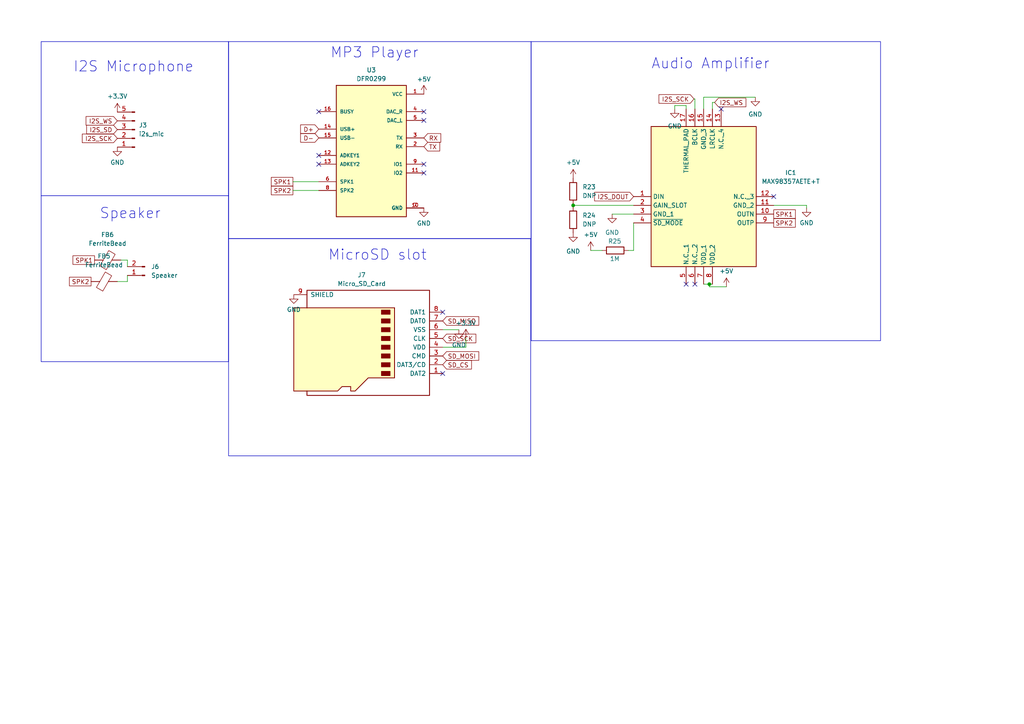
<source format=kicad_sch>
(kicad_sch (version 20231120) (generator "eeschema") (generator_version "8.0")
  (paper "A4")
  (lib_symbols
    (symbol "Connector:Conn_01x02_Pin" (pin_names (offset 1.016) hide)
      (property "Reference" "J" (at 0 2.54 0))
      (property "Value" "Conn_01x02_Pin" (at 0 -5.08 0))
      (symbol "Conn_01x02_Pin_1_1"
        (polyline (pts (xy 1.27 -2.54) (xy 0.8636 -2.54)) (stroke (width 0.1524)))
        (polyline (pts (xy 1.27 0) (xy 0.8636 0)) (stroke (width 0.1524)))
        (rectangle (start 0.8636 -2.413) (end 0 -2.667) (stroke (width 0.1524)) (fill (type outline)))
        (rectangle (start 0.8636 0.127) (end 0 -0.127) (stroke (width 0.1524)) (fill (type outline)))
        (pin passive line (at 5.08 0 180) (length 3.81) (name "Pin_1") (number "1"))
        (pin passive line (at 5.08 -2.54 180) (length 3.81) (name "Pin_2") (number "2"))
      )
    )
    (symbol "Connector:Conn_01x05_Pin" (pin_names (offset 1.016) hide)
      (property "Reference" "J" (at 0 7.62 0))
      (property "Value" "Conn_01x05_Pin" (at 0 -7.62 0))
      (symbol "Conn_01x05_Pin_1_1"
        (polyline (pts (xy 1.27 -5.08) (xy 0.8636 -5.08)) (stroke (width 0.1524)))
        (polyline (pts (xy 1.27 -2.54) (xy 0.8636 -2.54)) (stroke (width 0.1524)))
        (polyline (pts (xy 1.27 0) (xy 0.8636 0)) (stroke (width 0.1524)))
        (polyline (pts (xy 1.27 2.54) (xy 0.8636 2.54)) (stroke (width 0.1524)))
        (polyline (pts (xy 1.27 5.08) (xy 0.8636 5.08)) (stroke (width 0.1524)))
        (rectangle (start 0.8636 -4.953) (end 0 -5.207) (stroke (width 0.1524)) (fill (type outline)))
        (rectangle (start 0.8636 -2.413) (end 0 -2.667) (stroke (width 0.1524)) (fill (type outline)))
        (rectangle (start 0.8636 0.127) (end 0 -0.127) (stroke (width 0.1524)) (fill (type outline)))
        (rectangle (start 0.8636 2.667) (end 0 2.413) (stroke (width 0.1524)) (fill (type outline)))
        (rectangle (start 0.8636 5.207) (end 0 4.953) (stroke (width 0.1524)) (fill (type outline)))
        (pin passive line (at 5.08 5.08 180) (length 3.81) (name "Pin_1") (number "1"))
        (pin passive line (at 5.08 2.54 180) (length 3.81) (name "Pin_2") (number "2"))
        (pin passive line (at 5.08 0 180) (length 3.81) (name "Pin_3") (number "3"))
        (pin passive line (at 5.08 -2.54 180) (length 3.81) (name "Pin_4") (number "4"))
        (pin passive line (at 5.08 -5.08 180) (length 3.81) (name "Pin_5") (number "5"))
      )
    )
    (symbol "Connector:Micro_SD_Card" (pin_names (offset 1.016))
      (property "Reference" "J" (at -16.51 15.24 0))
      (property "Value" "Micro_SD_Card" (at 16.51 15.24 0))
      (symbol "Micro_SD_Card_0_1"
        (rectangle (start -7.62 -9.525) (end -5.08 -10.795) (fill (type outline)))
        (rectangle (start -7.62 -6.985) (end -5.08 -8.255) (fill (type outline)))
        (rectangle (start -7.62 -4.445) (end -5.08 -5.715) (fill (type outline)))
        (rectangle (start -7.62 -1.905) (end -5.08 -3.175) (fill (type outline)))
        (rectangle (start -7.62 0.635) (end -5.08 -0.635) (fill (type outline)))
        (rectangle (start -7.62 3.175) (end -5.08 1.905) (fill (type outline)))
        (rectangle (start -7.62 5.715) (end -5.08 4.445) (fill (type outline)))
        (rectangle (start -7.62 8.255) (end -5.08 6.985) (fill (type outline)))
        (polyline (pts (xy 16.51 12.7) (xy 16.51 13.97) (xy -19.05 13.97) (xy -19.05 -16.51) (xy 16.51 -16.51) (xy 16.51 -11.43)) (stroke (width 0.254)))
        (polyline (pts (xy -8.89 -11.43) (xy -8.89 8.89) (xy -1.27 8.89) (xy 2.54 12.7) (xy 3.81 12.7) (xy 3.81 11.43) (xy 6.35 11.43) (xy 7.62 12.7) (xy 20.32 12.7) (xy 20.32 -11.43) (xy -8.89 -11.43)) (stroke (width 0.254)) (fill (type background)))
      )
      (symbol "Micro_SD_Card_1_1"
        (pin bidirectional line (at -22.86 7.62 0) (length 3.81) (name "DAT2") (number "1"))
        (pin bidirectional line (at -22.86 5.08 0) (length 3.81) (name "DAT3/CD") (number "2"))
        (pin input line (at -22.86 2.54 0) (length 3.81) (name "CMD") (number "3"))
        (pin power_in line (at -22.86 0 0) (length 3.81) (name "VDD") (number "4"))
        (pin input line (at -22.86 -2.54 0) (length 3.81) (name "CLK") (number "5"))
        (pin power_in line (at -22.86 -5.08 0) (length 3.81) (name "VSS") (number "6"))
        (pin bidirectional line (at -22.86 -7.62 0) (length 3.81) (name "DAT0") (number "7"))
        (pin bidirectional line (at -22.86 -10.16 0) (length 3.81) (name "DAT1") (number "8"))
        (pin passive line (at 20.32 -15.24 180) (length 3.81) (name "SHIELD") (number "9"))
      )
    )
    (symbol "DFR0299:DFR0299" (pin_names (offset 1.016))
      (property "Reference" "U" (at -10.16 18.542 0))
      (property "Value" "DFR0299" (at -10.16 -22.86 0))
      (symbol "DFR0299_0_0"
        (rectangle (start -10.16 -20.32) (end 10.16 17.78) (stroke (width 0.254)) (fill (type background)))
        (pin power_in line (at 15.24 15.24 180) (length 5.08) (name "VCC") (number "1"))
        (pin power_in line (at 15.24 -17.78 180) (length 5.08) (name "GND") (number "10"))
        (pin bidirectional line (at 15.24 -7.62 180) (length 5.08) (name "IO2") (number "11"))
        (pin input line (at -15.24 -2.54 0) (length 5.08) (name "ADKEY1") (number "12"))
        (pin input line (at -15.24 -5.08 0) (length 5.08) (name "ADKEY2") (number "13"))
        (pin input line (at -15.24 5.08 0) (length 5.08) (name "USB+") (number "14"))
        (pin input line (at -15.24 2.54 0) (length 5.08) (name "USB-") (number "15"))
        (pin input line (at -15.24 10.16 0) (length 5.08) (name "BUSY") (number "16"))
        (pin input line (at 15.24 0 180) (length 5.08) (name "RX") (number "2"))
        (pin output line (at 15.24 2.54 180) (length 5.08) (name "TX") (number "3"))
        (pin output line (at 15.24 10.16 180) (length 5.08) (name "DAC_R") (number "4"))
        (pin output line (at 15.24 7.62 180) (length 5.08) (name "DAC_L") (number "5"))
        (pin passive line (at -15.24 -10.16 0) (length 5.08) (name "SPK1") (number "6"))
        (pin power_in line (at 15.24 -17.78 180) (length 5.08) (name "GND") (number "7"))
        (pin passive line (at -15.24 -12.7 0) (length 5.08) (name "SPK2") (number "8"))
        (pin bidirectional line (at 15.24 -5.08 180) (length 5.08) (name "IO1") (number "9"))
      )
    )
    (symbol "Device:FerriteBead" (pin_numbers hide) (pin_names (offset 0))
      (property "Reference" "FB" (at -3.81 0.635 90))
      (property "Value" "FerriteBead" (at 3.81 0 90))
      (symbol "FerriteBead_0_1"
        (polyline (pts (xy 0 -1.27) (xy 0 -1.2192)))
        (polyline (pts (xy 0 1.27) (xy 0 1.2954)))
        (polyline (pts (xy -2.7686 0.4064) (xy -1.7018 2.2606) (xy 2.7686 -0.3048) (xy 1.6764 -2.159) (xy -2.7686 0.4064)))
      )
      (symbol "FerriteBead_1_1"
        (pin passive line (at 0 3.81 270) (length 2.54) (name "~") (number "1"))
        (pin passive line (at 0 -3.81 90) (length 2.54) (name "~") (number "2"))
      )
    )
    (symbol "Device:R" (pin_numbers hide) (pin_names (offset 0))
      (property "Reference" "R" (at 2.032 0 90))
      (property "Value" "R" (at 0 0 90))
      (symbol "R_0_1"
        (rectangle (start -1.016 -2.54) (end 1.016 2.54) (stroke (width 0.254)))
      )
      (symbol "R_1_1"
        (pin passive line (at 0 3.81 270) (length 1.27) (name "~") (number "1"))
        (pin passive line (at 0 -3.81 90) (length 1.27) (name "~") (number "2"))
      )
    )
    (symbol "MAX98357AETE+T:MAX98357AETE+T"
      (property "Reference" "IC" (at 36.83 25.4 0))
      (property "Value" "MAX98357AETE+T" (at 36.83 22.86 0))
      (symbol "MAX98357AETE+T_1_1"
        (rectangle (start 5.08 20.32) (end 35.56 -20.32) (stroke (width 0.254)) (fill (type background)))
        (pin passive line (at 0 0 0) (length 5.08) (name "DIN") (number "1"))
        (pin passive line (at 40.64 -5.08 180) (length 5.08) (name "OUTN") (number "10"))
        (pin passive line (at 40.64 -2.54 180) (length 5.08) (name "GND_2") (number "11"))
        (pin passive line (at 40.64 0 180) (length 5.08) (name "N.C._3") (number "12"))
        (pin passive line (at 25.4 25.4 270) (length 5.08) (name "N.C._4") (number "13"))
        (pin passive line (at 22.86 25.4 270) (length 5.08) (name "LRCLK") (number "14"))
        (pin passive line (at 20.32 25.4 270) (length 5.08) (name "GND_3") (number "15"))
        (pin passive line (at 17.78 25.4 270) (length 5.08) (name "BCLK") (number "16"))
        (pin passive line (at 15.24 25.4 270) (length 5.08) (name "THERMAL_PAD") (number "17"))
        (pin passive line (at 0 -2.54 0) (length 5.08) (name "GAIN_SLOT") (number "2"))
        (pin passive line (at 0 -5.08 0) (length 5.08) (name "GND_1") (number "3"))
        (pin passive line (at 0 -7.62 0) (length 5.08) (name "~{SD_MODE}") (number "4"))
        (pin passive line (at 15.24 -25.4 90) (length 5.08) (name "N.C._1") (number "5"))
        (pin passive line (at 17.78 -25.4 90) (length 5.08) (name "N.C._2") (number "6"))
        (pin passive line (at 20.32 -25.4 90) (length 5.08) (name "VDD_1") (number "7"))
        (pin passive line (at 22.86 -25.4 90) (length 5.08) (name "VDD_2") (number "8"))
        (pin passive line (at 40.64 -7.62 180) (length 5.08) (name "OUTP") (number "9"))
      )
    )
    (symbol "power:+3.3V" (power) (pin_names (offset 0))
      (property "Value" "+3.3V" (at 0 3.556 0))
      (symbol "+3.3V_0_1"
        (polyline (pts (xy -0.762 1.27) (xy 0 2.54)))
        (polyline (pts (xy 0 0) (xy 0 2.54)))
        (polyline (pts (xy 0 2.54) (xy 0.762 1.27)))
      )
      (symbol "+3.3V_1_1"
        (pin power_in line (at 0 0 90) (length 0) hide (name "+3.3V") (number "1"))
      )
    )
    (symbol "power:+5V" (power) (pin_names (offset 0))
      (property "Value" "+5V" (at 0 3.556 0))
      (symbol "+5V_0_1"
        (polyline (pts (xy -0.762 1.27) (xy 0 2.54)))
        (polyline (pts (xy 0 0) (xy 0 2.54)))
        (polyline (pts (xy 0 2.54) (xy 0.762 1.27)))
      )
      (symbol "+5V_1_1"
        (pin power_in line (at 0 0 90) (length 0) hide (name "+5V") (number "1"))
      )
    )
    (symbol "power:GND" (power) (pin_names (offset 0))
      (property "Value" "GND" (at 0 -3.81 0))
      (symbol "GND_0_1"
        (polyline (pts (xy 0 0) (xy 0 -1.27) (xy 1.27 -1.27) (xy 0 -2.54) (xy -1.27 -1.27) (xy 0 -1.27)))
      )
      (symbol "GND_1_1"
        (pin power_in line (at 0 0 270) (length 0) hide (name "GND") (number "1"))
      )
    )
  )
  (junction (at 205.74 82.423))
  (junction (at 166.243 59.563))
  (no_connect (at 122.936 32.385))
  (no_connect (at 92.456 47.625))
  (no_connect (at 122.936 47.625))
  (no_connect (at 128.397 90.551))
  (no_connect (at 122.936 34.925))
  (no_connect (at 201.549 82.423))
  (no_connect (at 209.169 31.623))
  (no_connect (at 92.456 45.085))
  (no_connect (at 122.936 50.165))
  (no_connect (at 128.397 108.331))
  (no_connect (at 92.456 32.385))
  (no_connect (at 199.009 82.423))
  (no_connect (at 224.409 57.023))
  (wire (pts (xy 201.295 28.702) (xy 201.549 28.702)))
  (wire (pts (xy 210.693 83.185) (xy 205.74 83.185)))
  (wire (pts (xy 84.963 55.245) (xy 92.456 55.245)))
  (wire (pts (xy 195.707 30.607) (xy 195.707 31.623)))
  (wire (pts (xy 205.74 83.185) (xy 205.74 82.423)))
  (wire (pts (xy 224.409 59.563) (xy 233.934 59.563)))
  (wire (pts (xy 201.549 28.702) (xy 201.549 31.623)))
  (wire (pts (xy 206.629 29.718) (xy 206.629 31.623)))
  (wire (pts (xy 135.128 100.711) (xy 135.128 98.044)))
  (wire (pts (xy 205.74 82.423) (xy 206.629 82.423)))
  (wire (pts (xy 171.323 72.644) (xy 174.625 72.644)))
  (wire (pts (xy 36.957 79.883) (xy 36.957 81.661)))
  (wire (pts (xy 36.957 81.661) (xy 34.036 81.661)))
  (wire (pts (xy 233.934 59.563) (xy 233.934 60.325)))
  (wire (pts (xy 36.957 75.438) (xy 36.957 77.343)))
  (wire (pts (xy 204.089 82.423) (xy 205.74 82.423)))
  (wire (pts (xy 166.243 59.563) (xy 166.243 59.309)))
  (wire (pts (xy 183.769 64.643) (xy 183.769 72.644)))
  (wire (pts (xy 177.546 62.103) (xy 183.769 62.103)))
  (wire (pts (xy 128.397 100.711) (xy 135.128 100.711)))
  (wire (pts (xy 199.009 31.623) (xy 199.009 30.607)))
  (wire (pts (xy 166.243 59.944) (xy 166.243 59.563)))
  (wire (pts (xy 199.009 30.607) (xy 195.707 30.607)))
  (wire (pts (xy 204.089 31.623) (xy 204.089 28.194)))
  (wire (pts (xy 204.089 28.194) (xy 219.075 28.194)))
  (wire (pts (xy 183.769 72.644) (xy 182.245 72.644)))
  (wire (pts (xy 166.243 59.563) (xy 183.769 59.563)))
  (wire (pts (xy 84.963 52.705) (xy 92.456 52.705)))
  (wire (pts (xy 128.397 95.631) (xy 133.096 95.631)))
  (wire (pts (xy 207.264 29.718) (xy 206.629 29.718)))
  (wire (pts (xy 35.052 75.438) (xy 36.957 75.438)))
  (rectangle (start 154.051 12.065) (end 255.397 98.806))
  (rectangle (start 11.938 12.065) (end 66.294 56.769))
  (rectangle (start 11.938 56.769) (end 66.294 104.902))
  (rectangle (start 66.294 12.065) (end 154.051 69.215))
  (rectangle (start 66.294 69.215) (end 153.924 132.207))
  (text "Speaker" (at 28.829 63.754 0) (effects (font (size 3 3)) (justify left bottom)))
  (text "MP3 Player" (at 95.758 17.145 0) (effects (font (size 3 3)) (justify left bottom)))
  (text "I2S Microphone" (at 21.209 21.209 0) (effects (font (size 3 3)) (justify left bottom)))
  (text "Audio Amplifier" (at 188.849 20.32 0) (effects (font (size 3 3)) (justify left bottom)))
  (text "MicroSD slot" (at 95.123 75.819 0) (effects (font (size 3 3)) (justify left bottom)))
  (global_label "SPK1" (shape passive) (at 224.409 62.103 0) (property "Intersheetrefs" "${INTERSHEET_REFS}" (effects (hide yes))))
  (global_label "I2S_WS" (shape input) (at 207.264 29.718 0) (property "Intersheetrefs" "${INTERSHEET_REFS}" (effects (hide yes))))
  (global_label "SD_SCK" (shape input) (at 128.397 98.171 0) (property "Intersheetrefs" "${INTERSHEET_REFS}" (effects (hide yes))))
  (global_label "D-" (shape input) (at 92.456 40.005 180) (property "Intersheetrefs" "${INTERSHEET_REFS}" (effects (hide yes))))
  (global_label "SPK2" (shape passive) (at 224.409 64.643 0) (property "Intersheetrefs" "${INTERSHEET_REFS}" (effects (hide yes))))
  (global_label "I2S_SCK" (shape input) (at 34.036 40.132 180) (property "Intersheetrefs" "${INTERSHEET_REFS}" (effects (hide yes))))
  (global_label "SD_MISO" (shape input) (at 128.397 93.091 0) (property "Intersheetrefs" "${INTERSHEET_REFS}" (effects (hide yes))))
  (global_label "SPK1" (shape passive) (at 27.432 75.438 180) (property "Intersheetrefs" "${INTERSHEET_REFS}" (effects (hide yes))))
  (global_label "SD_MOSI" (shape input) (at 128.397 103.251 0) (property "Intersheetrefs" "${INTERSHEET_REFS}" (effects (hide yes))))
  (global_label "RX" (shape input) (at 122.936 40.005 0) (property "Intersheetrefs" "${INTERSHEET_REFS}" (effects (hide yes))))
  (global_label "I2S_WS" (shape input) (at 34.036 35.052 180) (property "Intersheetrefs" "${INTERSHEET_REFS}" (effects (hide yes))))
  (global_label "D+" (shape input) (at 92.456 37.465 180) (property "Intersheetrefs" "${INTERSHEET_REFS}" (effects (hide yes))))
  (global_label "I2S_SD" (shape input) (at 34.036 37.592 180) (property "Intersheetrefs" "${INTERSHEET_REFS}" (effects (hide yes))))
  (global_label "SPK1" (shape passive) (at 84.963 52.705 180) (property "Intersheetrefs" "${INTERSHEET_REFS}" (effects (hide yes))))
  (global_label "I2S_DOUT" (shape input) (at 183.769 57.023 180) (property "Intersheetrefs" "${INTERSHEET_REFS}" (effects (hide yes))))
  (global_label "SPK2" (shape passive) (at 26.416 81.661 180) (property "Intersheetrefs" "${INTERSHEET_REFS}" (effects (hide yes))))
  (global_label "SPK2" (shape passive) (at 84.963 55.245 180) (property "Intersheetrefs" "${INTERSHEET_REFS}" (effects (hide yes))))
  (global_label "I2S_SCK" (shape input) (at 201.295 28.702 180) (property "Intersheetrefs" "${INTERSHEET_REFS}" (effects (hide yes))))
  (global_label "TX" (shape input) (at 122.936 42.545 0) (property "Intersheetrefs" "${INTERSHEET_REFS}" (effects (hide yes))))
  (global_label "SD_CS" (shape input) (at 128.397 105.791 0) (property "Intersheetrefs" "${INTERSHEET_REFS}" (effects (hide yes))))
  (symbol (lib_id "MAX98357AETE+T:MAX98357AETE+T") (at 183.769 57.023 0) (unit 1)
    (property "Reference" "IC1" (at 229.362 50.0949 0))
    (property "Value" "MAX98357AETE+T" (at 229.362 52.6349 0))
    (property "Footprint" "lib:QFN50P300X300X80-17N" (effects (hide yes)))
    (property "Datasheet" "https://datasheets.maximintegrated.com/en/ds/MAX98357A-MAX98357B.pdf" (effects (hide yes)))
    (property "Height" "0.8" (effects (hide yes)))
    (property "Mouser Part Number" "700-MAX98357AETE+T" (effects (hide yes)))
    (property "Mouser Price/Stock" "https://www.mouser.co.uk/ProductDetail/Analog-Devices-Maxim-Integrated/MAX98357AETE%2bT?qs=AAveGqk956HhNpoJjF5x2g%3D%3D" (effects (hide yes)))
    (property "Manufacturer_Name" "Analog Devices" (effects (hide yes)))
    (property "Manufacturer_Part_Number" "MAX98357AETE+T" (effects (hide yes)))
  )
  (symbol (lib_id "power:GND") (at 166.243 67.564 0) (unit 1)
    (property "Reference" "#PWR065" (effects (hide yes)))
    (property "Value" "GND" (at 166.243 72.898 0))
  )
  (symbol (lib_id "power:GND") (at 177.546 62.103 0) (unit 1)
    (property "Reference" "#PWR067" (effects (hide yes)))
    (property "Value" "GND" (at 177.546 67.437 0))
  )
  (symbol (lib_id "Device:R") (at 178.435 72.644 90) (unit 1)
    (property "Reference" "R25" (at 178.308 69.977 90))
    (property "Value" "1M" (at 178.308 75.057 90))
    (property "Footprint" "Resistor_SMD:R_0603_1608Metric_Pad0.98x0.95mm_HandSolder" (effects (hide yes)))
  )
  (symbol (lib_id "power:GND") (at 219.075 28.194 0) (unit 1)
    (property "Reference" "#PWR075" (effects (hide yes)))
    (property "Value" "GND" (at 219.075 33.147 0))
  )
  (symbol (lib_id "Connector:Micro_SD_Card") (at 105.537 100.711 180) (unit 1)
    (property "Reference" "J7" (at 104.902 79.756 0))
    (property "Value" "Micro_SD_Card" (at 104.902 82.296 0))
    (property "Footprint" "Connector_Card:microSD_HC_Molex_47219-2001" (effects (hide yes)))
    (property "Datasheet" "http://katalog.we-online.de/em/datasheet/693072010801.pdf" (effects (hide yes)))
  )
  (symbol (lib_id "DFR0299:DFR0299") (at 107.696 42.545 0) (unit 1)
    (property "Reference" "U3" (at 107.696 20.32 0))
    (property "Value" "DFR0299" (at 107.696 22.86 0))
    (property "Footprint" "lib:DFPlayer_V2" (effects (hide yes)))
    (property "Description" "\n- MP3 Player Audio Arduino Platform Evaluation Expansion Board\n" (effects (hide yes)))
    (property "MF" "DFRobot" (effects (hide yes)))
    (property "DESCRIPTION" "Dfplayer - a Mini Mp3 Player" (effects (hide yes)))
    (property "PACKAGE" "None" (effects (hide yes)))
    (property "PRICE" "None" (effects (hide yes)))
    (property "Package" "None" (effects (hide yes)))
    (property "Check_prices" "https://www.snapeda.com/parts/DFR0299/DFRobot/view-part/?ref=eda" (effects (hide yes)))
    (property "Price" "None" (effects (hide yes)))
    (property "SnapEDA_Link" "https://www.snapeda.com/parts/DFR0299/DFRobot/view-part/?ref=snap" (effects (hide yes)))
    (property "MP" "DFR0299" (effects (hide yes)))
    (property "Purchase-URL" "https://www.snapeda.com/api/url_track_click_mouser/?unipart_id=588059&manufacturer=DFRobot&part_name=DFR0299&search_term=None" (effects (hide yes)))
    (property "Availability" "In Stock" (effects (hide yes)))
    (property "AVAILABILITY" "Unavailable" (effects (hide yes)))
  )
  (symbol (lib_id "power:+5V") (at 122.936 27.305 0) (unit 1)
    (property "Reference" "#PWR019" (effects (hide yes)))
    (property "Value" "+5V" (at 122.936 22.987 0))
  )
  (symbol (lib_id "power:GND") (at 133.096 95.631 0) (unit 1)
    (property "Reference" "#PWR062" (effects (hide yes)))
    (property "Value" "GND" (at 133.096 100.076 0))
  )
  (symbol (lib_id "Connector:Conn_01x05_Pin") (at 39.116 37.592 180) (unit 1)
    (property "Reference" "J3" (at 40.259 36.322 0) (effects (justify right)))
    (property "Value" "i2s_mic" (at 40.259 38.862 0) (effects (justify right)))
    (property "Footprint" "Connector_PinHeader_2.54mm:PinHeader_1x05_P2.54mm_Vertical" (effects (hide yes)))
  )
  (symbol (lib_id "power:GND") (at 233.934 60.325 0) (unit 1)
    (property "Reference" "#PWR076" (effects (hide yes)))
    (property "Value" "GND" (at 233.934 64.643 0))
  )
  (symbol (lib_id "power:+5V") (at 210.693 83.185 0) (unit 1)
    (property "Reference" "#PWR074" (effects (hide yes)))
    (property "Value" "+5V" (at 210.693 78.613 0))
  )
  (symbol (lib_id "Device:R") (at 166.243 63.754 0) (unit 1)
    (property "Reference" "R24" (at 168.91 62.484 0) (effects (justify left)))
    (property "Value" "DNP" (at 168.91 65.024 0) (effects (justify left)))
    (property "Footprint" "Resistor_SMD:R_0603_1608Metric_Pad0.98x0.95mm_HandSolder" (effects (hide yes)))
  )
  (symbol (lib_id "power:+5V") (at 166.243 51.689 0) (unit 1)
    (property "Reference" "#PWR064" (effects (hide yes)))
    (property "Value" "+5V" (at 166.243 47.117 0))
  )
  (symbol (lib_id "power:GND") (at 34.036 42.672 0) (unit 1)
    (property "Reference" "#PWR030" (effects (hide yes)))
    (property "Value" "GND" (at 34.036 47.117 0))
  )
  (symbol (lib_id "power:GND") (at 195.707 31.623 0) (unit 1)
    (property "Reference" "#PWR068" (effects (hide yes)))
    (property "Value" "GND" (at 195.707 36.576 0))
  )
  (symbol (lib_id "power:+5V") (at 171.323 72.644 0) (unit 1)
    (property "Reference" "#PWR066" (effects (hide yes)))
    (property "Value" "+5V" (at 171.323 68.072 0))
  )
  (symbol (lib_id "power:GND") (at 122.936 60.325 0) (unit 1)
    (property "Reference" "#PWR032" (effects (hide yes)))
    (property "Value" "GND" (at 122.936 64.77 0))
  )
  (symbol (lib_id "Device:FerriteBead") (at 30.226 81.661 90) (unit 1)
    (property "Reference" "FB5" (at 30.1752 74.295 90))
    (property "Value" "FerriteBead" (at 30.1752 76.835 90))
    (property "Footprint" "Resistor_SMD:R_1812_4532Metric" (effects (hide yes)))
  )
  (symbol (lib_id "Device:R") (at 166.243 55.499 0) (unit 1)
    (property "Reference" "R23" (at 168.91 54.229 0) (effects (justify left)))
    (property "Value" "DNP" (at 168.91 56.769 0) (effects (justify left)))
    (property "Footprint" "Resistor_SMD:R_0603_1608Metric_Pad0.98x0.95mm_HandSolder" (effects (hide yes)))
  )
  (symbol (lib_id "Connector:Conn_01x02_Pin") (at 42.037 79.883 180) (unit 1)
    (property "Reference" "J6" (at 43.815 77.343 0) (effects (justify right)))
    (property "Value" "Speaker" (at 43.815 79.883 0) (effects (justify right)))
    (property "Footprint" "Connector_PinHeader_2.54mm:PinHeader_1x02_P2.54mm_Vertical" (effects (hide yes)))
  )
  (symbol (lib_id "power:GND") (at 85.217 85.471 0) (unit 1)
    (property "Reference" "#PWR061" (effects (hide yes)))
    (property "Value" "GND" (at 85.217 89.789 0))
  )
  (symbol (lib_id "Device:FerriteBead") (at 31.242 75.438 90) (unit 1)
    (property "Reference" "FB6" (at 31.1912 68.072 90))
    (property "Value" "FerriteBead" (at 31.1912 70.612 90))
    (property "Footprint" "Resistor_SMD:R_1812_4532Metric" (effects (hide yes)))
  )
  (symbol (lib_id "power:+3.3V") (at 34.036 32.512 0) (unit 1)
    (property "Reference" "#PWR029" (effects (hide yes)))
    (property "Value" "+3.3V" (at 34.036 27.94 0))
  )
  (symbol (lib_id "power:+3.3V") (at 135.128 98.044 0) (unit 1)
    (property "Reference" "#PWR063" (effects (hide yes)))
    (property "Value" "+3.3V" (at 135.128 93.726 0))
  )
)
</source>
